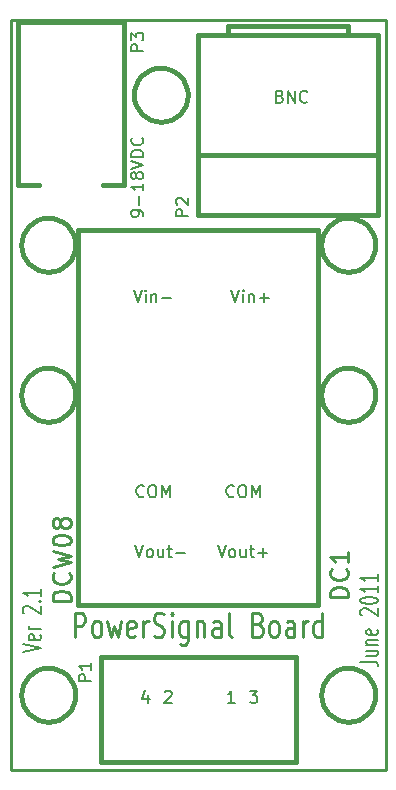
<source format=gto>
G04 (created by PCBNEW-RS274X (2010-03-14)-final) date Sun 12 Jun 2011 03:53:41 PM PDT*
G01*
G70*
G90*
%MOIN*%
G04 Gerber Fmt 3.4, Leading zero omitted, Abs format*
%FSLAX34Y34*%
G04 APERTURE LIST*
%ADD10C,0.006000*%
%ADD11C,0.009000*%
%ADD12C,0.006700*%
%ADD13C,0.010000*%
%ADD14C,0.015000*%
G04 APERTURE END LIST*
G54D10*
G54D11*
X52250Y-29000D02*
X52250Y-54000D01*
X64750Y-29000D02*
X52250Y-29000D01*
X64750Y-54000D02*
X64750Y-29000D01*
X52250Y-54000D02*
X64750Y-54000D01*
G54D12*
X63893Y-50390D02*
X64321Y-50390D01*
X64407Y-50410D01*
X64464Y-50448D01*
X64493Y-50505D01*
X64493Y-50543D01*
X64093Y-50028D02*
X64493Y-50028D01*
X64093Y-50200D02*
X64407Y-50200D01*
X64464Y-50181D01*
X64493Y-50143D01*
X64493Y-50085D01*
X64464Y-50047D01*
X64436Y-50028D01*
X64093Y-49838D02*
X64493Y-49838D01*
X64150Y-49838D02*
X64121Y-49819D01*
X64093Y-49781D01*
X64093Y-49723D01*
X64121Y-49685D01*
X64179Y-49666D01*
X64493Y-49666D01*
X64464Y-49323D02*
X64493Y-49361D01*
X64493Y-49438D01*
X64464Y-49476D01*
X64407Y-49495D01*
X64179Y-49495D01*
X64121Y-49476D01*
X64093Y-49438D01*
X64093Y-49361D01*
X64121Y-49323D01*
X64179Y-49304D01*
X64236Y-49304D01*
X64293Y-49495D01*
X63950Y-48847D02*
X63921Y-48828D01*
X63893Y-48790D01*
X63893Y-48694D01*
X63921Y-48656D01*
X63950Y-48637D01*
X64007Y-48618D01*
X64064Y-48618D01*
X64150Y-48637D01*
X64493Y-48866D01*
X64493Y-48618D01*
X63893Y-48371D02*
X63893Y-48332D01*
X63921Y-48294D01*
X63950Y-48275D01*
X64007Y-48256D01*
X64121Y-48237D01*
X64264Y-48237D01*
X64379Y-48256D01*
X64436Y-48275D01*
X64464Y-48294D01*
X64493Y-48332D01*
X64493Y-48371D01*
X64464Y-48409D01*
X64436Y-48428D01*
X64379Y-48447D01*
X64264Y-48466D01*
X64121Y-48466D01*
X64007Y-48447D01*
X63950Y-48428D01*
X63921Y-48409D01*
X63893Y-48371D01*
X64493Y-47856D02*
X64493Y-48085D01*
X64493Y-47971D02*
X63893Y-47971D01*
X63979Y-48009D01*
X64036Y-48047D01*
X64064Y-48085D01*
X64493Y-47475D02*
X64493Y-47704D01*
X64493Y-47590D02*
X63893Y-47590D01*
X63979Y-47628D01*
X64036Y-47666D01*
X64064Y-47704D01*
X52643Y-50057D02*
X53243Y-49924D01*
X52643Y-49790D01*
X53214Y-49504D02*
X53243Y-49542D01*
X53243Y-49619D01*
X53214Y-49657D01*
X53157Y-49676D01*
X52929Y-49676D01*
X52871Y-49657D01*
X52843Y-49619D01*
X52843Y-49542D01*
X52871Y-49504D01*
X52929Y-49485D01*
X52986Y-49485D01*
X53043Y-49676D01*
X53243Y-49314D02*
X52843Y-49314D01*
X52957Y-49314D02*
X52900Y-49295D01*
X52871Y-49276D01*
X52843Y-49238D01*
X52843Y-49199D01*
X52700Y-48780D02*
X52671Y-48761D01*
X52643Y-48723D01*
X52643Y-48627D01*
X52671Y-48589D01*
X52700Y-48570D01*
X52757Y-48551D01*
X52814Y-48551D01*
X52900Y-48570D01*
X53243Y-48799D01*
X53243Y-48551D01*
X53186Y-48380D02*
X53214Y-48361D01*
X53243Y-48380D01*
X53214Y-48399D01*
X53186Y-48380D01*
X53243Y-48380D01*
X53243Y-47980D02*
X53243Y-48209D01*
X53243Y-48095D02*
X52643Y-48095D01*
X52729Y-48133D01*
X52786Y-48171D01*
X52814Y-48209D01*
G54D13*
X54386Y-49574D02*
X54386Y-48774D01*
X54614Y-48774D01*
X54672Y-48812D01*
X54700Y-48850D01*
X54729Y-48926D01*
X54729Y-49040D01*
X54700Y-49117D01*
X54672Y-49155D01*
X54614Y-49193D01*
X54386Y-49193D01*
X55072Y-49574D02*
X55014Y-49536D01*
X54986Y-49498D01*
X54957Y-49421D01*
X54957Y-49193D01*
X54986Y-49117D01*
X55014Y-49079D01*
X55072Y-49040D01*
X55157Y-49040D01*
X55214Y-49079D01*
X55243Y-49117D01*
X55272Y-49193D01*
X55272Y-49421D01*
X55243Y-49498D01*
X55214Y-49536D01*
X55157Y-49574D01*
X55072Y-49574D01*
X55472Y-49040D02*
X55586Y-49574D01*
X55700Y-49193D01*
X55815Y-49574D01*
X55929Y-49040D01*
X56386Y-49536D02*
X56329Y-49574D01*
X56215Y-49574D01*
X56158Y-49536D01*
X56129Y-49460D01*
X56129Y-49155D01*
X56158Y-49079D01*
X56215Y-49040D01*
X56329Y-49040D01*
X56386Y-49079D01*
X56415Y-49155D01*
X56415Y-49231D01*
X56129Y-49307D01*
X56672Y-49574D02*
X56672Y-49040D01*
X56672Y-49193D02*
X56700Y-49117D01*
X56729Y-49079D01*
X56786Y-49040D01*
X56843Y-49040D01*
X57014Y-49536D02*
X57100Y-49574D01*
X57243Y-49574D01*
X57300Y-49536D01*
X57329Y-49498D01*
X57357Y-49421D01*
X57357Y-49345D01*
X57329Y-49269D01*
X57300Y-49231D01*
X57243Y-49193D01*
X57129Y-49155D01*
X57071Y-49117D01*
X57043Y-49079D01*
X57014Y-49002D01*
X57014Y-48926D01*
X57043Y-48850D01*
X57071Y-48812D01*
X57129Y-48774D01*
X57271Y-48774D01*
X57357Y-48812D01*
X57614Y-49574D02*
X57614Y-49040D01*
X57614Y-48774D02*
X57585Y-48812D01*
X57614Y-48850D01*
X57642Y-48812D01*
X57614Y-48774D01*
X57614Y-48850D01*
X58157Y-49040D02*
X58157Y-49688D01*
X58128Y-49764D01*
X58100Y-49802D01*
X58043Y-49840D01*
X57957Y-49840D01*
X57900Y-49802D01*
X58157Y-49536D02*
X58100Y-49574D01*
X57986Y-49574D01*
X57928Y-49536D01*
X57900Y-49498D01*
X57871Y-49421D01*
X57871Y-49193D01*
X57900Y-49117D01*
X57928Y-49079D01*
X57986Y-49040D01*
X58100Y-49040D01*
X58157Y-49079D01*
X58443Y-49040D02*
X58443Y-49574D01*
X58443Y-49117D02*
X58471Y-49079D01*
X58529Y-49040D01*
X58614Y-49040D01*
X58671Y-49079D01*
X58700Y-49155D01*
X58700Y-49574D01*
X59243Y-49574D02*
X59243Y-49155D01*
X59214Y-49079D01*
X59157Y-49040D01*
X59043Y-49040D01*
X58986Y-49079D01*
X59243Y-49536D02*
X59186Y-49574D01*
X59043Y-49574D01*
X58986Y-49536D01*
X58957Y-49460D01*
X58957Y-49383D01*
X58986Y-49307D01*
X59043Y-49269D01*
X59186Y-49269D01*
X59243Y-49231D01*
X59615Y-49574D02*
X59557Y-49536D01*
X59529Y-49460D01*
X59529Y-48774D01*
X60500Y-49155D02*
X60586Y-49193D01*
X60614Y-49231D01*
X60643Y-49307D01*
X60643Y-49421D01*
X60614Y-49498D01*
X60586Y-49536D01*
X60528Y-49574D01*
X60300Y-49574D01*
X60300Y-48774D01*
X60500Y-48774D01*
X60557Y-48812D01*
X60586Y-48850D01*
X60614Y-48926D01*
X60614Y-49002D01*
X60586Y-49079D01*
X60557Y-49117D01*
X60500Y-49155D01*
X60300Y-49155D01*
X60986Y-49574D02*
X60928Y-49536D01*
X60900Y-49498D01*
X60871Y-49421D01*
X60871Y-49193D01*
X60900Y-49117D01*
X60928Y-49079D01*
X60986Y-49040D01*
X61071Y-49040D01*
X61128Y-49079D01*
X61157Y-49117D01*
X61186Y-49193D01*
X61186Y-49421D01*
X61157Y-49498D01*
X61128Y-49536D01*
X61071Y-49574D01*
X60986Y-49574D01*
X61700Y-49574D02*
X61700Y-49155D01*
X61671Y-49079D01*
X61614Y-49040D01*
X61500Y-49040D01*
X61443Y-49079D01*
X61700Y-49536D02*
X61643Y-49574D01*
X61500Y-49574D01*
X61443Y-49536D01*
X61414Y-49460D01*
X61414Y-49383D01*
X61443Y-49307D01*
X61500Y-49269D01*
X61643Y-49269D01*
X61700Y-49231D01*
X61986Y-49574D02*
X61986Y-49040D01*
X61986Y-49193D02*
X62014Y-49117D01*
X62043Y-49079D01*
X62100Y-49040D01*
X62157Y-49040D01*
X62614Y-49574D02*
X62614Y-48774D01*
X62614Y-49536D02*
X62557Y-49574D01*
X62443Y-49574D01*
X62385Y-49536D01*
X62357Y-49498D01*
X62328Y-49421D01*
X62328Y-49193D01*
X62357Y-49117D01*
X62385Y-49079D01*
X62443Y-49040D01*
X62557Y-49040D01*
X62614Y-49079D01*
G54D14*
X64500Y-29500D02*
X64500Y-35500D01*
X58500Y-29500D02*
X58500Y-35500D01*
X59500Y-29500D02*
X59500Y-29200D01*
X59500Y-29200D02*
X63500Y-29200D01*
X63500Y-29200D02*
X63500Y-29500D01*
X58500Y-33500D02*
X64500Y-33500D01*
X58500Y-29500D02*
X64500Y-29500D01*
X58500Y-35500D02*
X64500Y-35500D01*
X61750Y-53750D02*
X61750Y-50250D01*
X61750Y-50250D02*
X55250Y-50250D01*
X55250Y-50250D02*
X55250Y-53750D01*
X61750Y-53750D02*
X55250Y-53750D01*
X53187Y-34500D02*
X52478Y-34500D01*
X52478Y-34500D02*
X52478Y-29067D01*
X52478Y-29067D02*
X55982Y-29067D01*
X55982Y-29067D02*
X56022Y-29067D01*
X56022Y-29067D02*
X56022Y-34500D01*
X56022Y-34500D02*
X55313Y-34500D01*
X54500Y-36000D02*
X54500Y-48500D01*
X54500Y-48500D02*
X62500Y-48500D01*
X62500Y-48500D02*
X62500Y-36000D01*
X62500Y-36000D02*
X54500Y-36000D01*
X64400Y-41500D02*
X64382Y-41674D01*
X64332Y-41842D01*
X64249Y-41998D01*
X64138Y-42134D01*
X64003Y-42246D01*
X63848Y-42329D01*
X63680Y-42381D01*
X63506Y-42399D01*
X63332Y-42384D01*
X63163Y-42334D01*
X63008Y-42253D01*
X62871Y-42143D01*
X62758Y-42008D01*
X62673Y-41854D01*
X62620Y-41687D01*
X62601Y-41512D01*
X62615Y-41338D01*
X62664Y-41169D01*
X62744Y-41013D01*
X62853Y-40875D01*
X62987Y-40761D01*
X63140Y-40676D01*
X63307Y-40621D01*
X63482Y-40601D01*
X63656Y-40614D01*
X63825Y-40661D01*
X63982Y-40741D01*
X64120Y-40849D01*
X64235Y-40982D01*
X64322Y-41134D01*
X64377Y-41301D01*
X64399Y-41475D01*
X64400Y-41500D01*
X54400Y-51500D02*
X54382Y-51674D01*
X54332Y-51842D01*
X54249Y-51998D01*
X54138Y-52134D01*
X54003Y-52246D01*
X53848Y-52329D01*
X53680Y-52381D01*
X53506Y-52399D01*
X53332Y-52384D01*
X53163Y-52334D01*
X53008Y-52253D01*
X52871Y-52143D01*
X52758Y-52008D01*
X52673Y-51854D01*
X52620Y-51687D01*
X52601Y-51512D01*
X52615Y-51338D01*
X52664Y-51169D01*
X52744Y-51013D01*
X52853Y-50875D01*
X52987Y-50761D01*
X53140Y-50676D01*
X53307Y-50621D01*
X53482Y-50601D01*
X53656Y-50614D01*
X53825Y-50661D01*
X53982Y-50741D01*
X54120Y-50849D01*
X54235Y-50982D01*
X54322Y-51134D01*
X54377Y-51301D01*
X54399Y-51475D01*
X54400Y-51500D01*
X64400Y-51500D02*
X64382Y-51674D01*
X64332Y-51842D01*
X64249Y-51998D01*
X64138Y-52134D01*
X64003Y-52246D01*
X63848Y-52329D01*
X63680Y-52381D01*
X63506Y-52399D01*
X63332Y-52384D01*
X63163Y-52334D01*
X63008Y-52253D01*
X62871Y-52143D01*
X62758Y-52008D01*
X62673Y-51854D01*
X62620Y-51687D01*
X62601Y-51512D01*
X62615Y-51338D01*
X62664Y-51169D01*
X62744Y-51013D01*
X62853Y-50875D01*
X62987Y-50761D01*
X63140Y-50676D01*
X63307Y-50621D01*
X63482Y-50601D01*
X63656Y-50614D01*
X63825Y-50661D01*
X63982Y-50741D01*
X64120Y-50849D01*
X64235Y-50982D01*
X64322Y-51134D01*
X64377Y-51301D01*
X64399Y-51475D01*
X64400Y-51500D01*
X54400Y-41500D02*
X54382Y-41674D01*
X54332Y-41842D01*
X54249Y-41998D01*
X54138Y-42134D01*
X54003Y-42246D01*
X53848Y-42329D01*
X53680Y-42381D01*
X53506Y-42399D01*
X53332Y-42384D01*
X53163Y-42334D01*
X53008Y-42253D01*
X52871Y-42143D01*
X52758Y-42008D01*
X52673Y-41854D01*
X52620Y-41687D01*
X52601Y-41512D01*
X52615Y-41338D01*
X52664Y-41169D01*
X52744Y-41013D01*
X52853Y-40875D01*
X52987Y-40761D01*
X53140Y-40676D01*
X53307Y-40621D01*
X53482Y-40601D01*
X53656Y-40614D01*
X53825Y-40661D01*
X53982Y-40741D01*
X54120Y-40849D01*
X54235Y-40982D01*
X54322Y-41134D01*
X54377Y-41301D01*
X54399Y-41475D01*
X54400Y-41500D01*
X64400Y-36500D02*
X64382Y-36674D01*
X64332Y-36842D01*
X64249Y-36998D01*
X64138Y-37134D01*
X64003Y-37246D01*
X63848Y-37329D01*
X63680Y-37381D01*
X63506Y-37399D01*
X63332Y-37384D01*
X63163Y-37334D01*
X63008Y-37253D01*
X62871Y-37143D01*
X62758Y-37008D01*
X62673Y-36854D01*
X62620Y-36687D01*
X62601Y-36512D01*
X62615Y-36338D01*
X62664Y-36169D01*
X62744Y-36013D01*
X62853Y-35875D01*
X62987Y-35761D01*
X63140Y-35676D01*
X63307Y-35621D01*
X63482Y-35601D01*
X63656Y-35614D01*
X63825Y-35661D01*
X63982Y-35741D01*
X64120Y-35849D01*
X64235Y-35982D01*
X64322Y-36134D01*
X64377Y-36301D01*
X64399Y-36475D01*
X64400Y-36500D01*
X58150Y-31500D02*
X58132Y-31674D01*
X58082Y-31842D01*
X57999Y-31998D01*
X57888Y-32134D01*
X57753Y-32246D01*
X57598Y-32329D01*
X57430Y-32381D01*
X57256Y-32399D01*
X57082Y-32384D01*
X56913Y-32334D01*
X56758Y-32253D01*
X56621Y-32143D01*
X56508Y-32008D01*
X56423Y-31854D01*
X56370Y-31687D01*
X56351Y-31512D01*
X56365Y-31338D01*
X56414Y-31169D01*
X56494Y-31013D01*
X56603Y-30875D01*
X56737Y-30761D01*
X56890Y-30676D01*
X57057Y-30621D01*
X57232Y-30601D01*
X57406Y-30614D01*
X57575Y-30661D01*
X57732Y-30741D01*
X57870Y-30849D01*
X57985Y-30982D01*
X58072Y-31134D01*
X58127Y-31301D01*
X58149Y-31475D01*
X58150Y-31500D01*
X54400Y-36500D02*
X54382Y-36674D01*
X54332Y-36842D01*
X54249Y-36998D01*
X54138Y-37134D01*
X54003Y-37246D01*
X53848Y-37329D01*
X53680Y-37381D01*
X53506Y-37399D01*
X53332Y-37384D01*
X53163Y-37334D01*
X53008Y-37253D01*
X52871Y-37143D01*
X52758Y-37008D01*
X52673Y-36854D01*
X52620Y-36687D01*
X52601Y-36512D01*
X52615Y-36338D01*
X52664Y-36169D01*
X52744Y-36013D01*
X52853Y-35875D01*
X52987Y-35761D01*
X53140Y-35676D01*
X53307Y-35621D01*
X53482Y-35601D01*
X53656Y-35614D01*
X53825Y-35661D01*
X53982Y-35741D01*
X54120Y-35849D01*
X54235Y-35982D01*
X54322Y-36134D01*
X54377Y-36301D01*
X54399Y-36475D01*
X54400Y-36500D01*
G54D12*
X58162Y-35545D02*
X57762Y-35545D01*
X57762Y-35392D01*
X57781Y-35354D01*
X57800Y-35335D01*
X57838Y-35316D01*
X57895Y-35316D01*
X57933Y-35335D01*
X57952Y-35354D01*
X57971Y-35392D01*
X57971Y-35545D01*
X57800Y-35164D02*
X57781Y-35145D01*
X57762Y-35107D01*
X57762Y-35011D01*
X57781Y-34973D01*
X57800Y-34954D01*
X57838Y-34935D01*
X57876Y-34935D01*
X57933Y-34954D01*
X58162Y-35183D01*
X58162Y-34935D01*
X61220Y-31552D02*
X61277Y-31571D01*
X61296Y-31590D01*
X61315Y-31629D01*
X61315Y-31686D01*
X61296Y-31724D01*
X61277Y-31743D01*
X61239Y-31762D01*
X61086Y-31762D01*
X61086Y-31362D01*
X61220Y-31362D01*
X61258Y-31381D01*
X61277Y-31400D01*
X61296Y-31438D01*
X61296Y-31476D01*
X61277Y-31514D01*
X61258Y-31533D01*
X61220Y-31552D01*
X61086Y-31552D01*
X61486Y-31762D02*
X61486Y-31362D01*
X61715Y-31762D01*
X61715Y-31362D01*
X62134Y-31724D02*
X62115Y-31743D01*
X62058Y-31762D01*
X62020Y-31762D01*
X61962Y-31743D01*
X61924Y-31705D01*
X61905Y-31667D01*
X61886Y-31590D01*
X61886Y-31533D01*
X61905Y-31457D01*
X61924Y-31419D01*
X61962Y-31381D01*
X62020Y-31362D01*
X62058Y-31362D01*
X62115Y-31381D01*
X62134Y-31400D01*
X54912Y-51045D02*
X54512Y-51045D01*
X54512Y-50892D01*
X54531Y-50854D01*
X54550Y-50835D01*
X54588Y-50816D01*
X54645Y-50816D01*
X54683Y-50835D01*
X54702Y-50854D01*
X54721Y-50892D01*
X54721Y-51045D01*
X54912Y-50435D02*
X54912Y-50664D01*
X54912Y-50550D02*
X54512Y-50550D01*
X54569Y-50588D01*
X54607Y-50626D01*
X54626Y-50664D01*
X60217Y-51362D02*
X60465Y-51362D01*
X60331Y-51514D01*
X60389Y-51514D01*
X60427Y-51533D01*
X60446Y-51552D01*
X60465Y-51590D01*
X60465Y-51686D01*
X60446Y-51724D01*
X60427Y-51743D01*
X60389Y-51762D01*
X60274Y-51762D01*
X60236Y-51743D01*
X60217Y-51724D01*
X59715Y-51762D02*
X59486Y-51762D01*
X59600Y-51762D02*
X59600Y-51362D01*
X59562Y-51419D01*
X59524Y-51457D01*
X59486Y-51476D01*
X57386Y-51400D02*
X57405Y-51381D01*
X57443Y-51362D01*
X57539Y-51362D01*
X57577Y-51381D01*
X57596Y-51400D01*
X57615Y-51438D01*
X57615Y-51476D01*
X57596Y-51533D01*
X57367Y-51762D01*
X57615Y-51762D01*
X56827Y-51495D02*
X56827Y-51762D01*
X56731Y-51343D02*
X56636Y-51629D01*
X56884Y-51629D01*
X56662Y-30045D02*
X56262Y-30045D01*
X56262Y-29892D01*
X56281Y-29854D01*
X56300Y-29835D01*
X56338Y-29816D01*
X56395Y-29816D01*
X56433Y-29835D01*
X56452Y-29854D01*
X56471Y-29892D01*
X56471Y-30045D01*
X56262Y-29683D02*
X56262Y-29435D01*
X56414Y-29569D01*
X56414Y-29511D01*
X56433Y-29473D01*
X56452Y-29454D01*
X56490Y-29435D01*
X56586Y-29435D01*
X56624Y-29454D01*
X56643Y-29473D01*
X56662Y-29511D01*
X56662Y-29626D01*
X56643Y-29664D01*
X56624Y-29683D01*
X56662Y-35526D02*
X56662Y-35450D01*
X56643Y-35411D01*
X56624Y-35392D01*
X56567Y-35354D01*
X56490Y-35335D01*
X56338Y-35335D01*
X56300Y-35354D01*
X56281Y-35373D01*
X56262Y-35411D01*
X56262Y-35488D01*
X56281Y-35526D01*
X56300Y-35545D01*
X56338Y-35564D01*
X56433Y-35564D01*
X56471Y-35545D01*
X56490Y-35526D01*
X56510Y-35488D01*
X56510Y-35411D01*
X56490Y-35373D01*
X56471Y-35354D01*
X56433Y-35335D01*
X56510Y-35164D02*
X56510Y-34859D01*
X56662Y-34459D02*
X56662Y-34688D01*
X56662Y-34574D02*
X56262Y-34574D01*
X56319Y-34612D01*
X56357Y-34650D01*
X56376Y-34688D01*
X56433Y-34231D02*
X56414Y-34269D01*
X56395Y-34288D01*
X56357Y-34307D01*
X56338Y-34307D01*
X56300Y-34288D01*
X56281Y-34269D01*
X56262Y-34231D01*
X56262Y-34154D01*
X56281Y-34116D01*
X56300Y-34097D01*
X56338Y-34078D01*
X56357Y-34078D01*
X56395Y-34097D01*
X56414Y-34116D01*
X56433Y-34154D01*
X56433Y-34231D01*
X56452Y-34269D01*
X56471Y-34288D01*
X56510Y-34307D01*
X56586Y-34307D01*
X56624Y-34288D01*
X56643Y-34269D01*
X56662Y-34231D01*
X56662Y-34154D01*
X56643Y-34116D01*
X56624Y-34097D01*
X56586Y-34078D01*
X56510Y-34078D01*
X56471Y-34097D01*
X56452Y-34116D01*
X56433Y-34154D01*
X56262Y-33964D02*
X56662Y-33831D01*
X56262Y-33697D01*
X56662Y-33564D02*
X56262Y-33564D01*
X56262Y-33469D01*
X56281Y-33411D01*
X56319Y-33373D01*
X56357Y-33354D01*
X56433Y-33335D01*
X56490Y-33335D01*
X56567Y-33354D01*
X56605Y-33373D01*
X56643Y-33411D01*
X56662Y-33469D01*
X56662Y-33564D01*
X56624Y-32935D02*
X56643Y-32954D01*
X56662Y-33011D01*
X56662Y-33049D01*
X56643Y-33107D01*
X56605Y-33145D01*
X56567Y-33164D01*
X56490Y-33183D01*
X56433Y-33183D01*
X56357Y-33164D01*
X56319Y-33145D01*
X56281Y-33107D01*
X56262Y-33049D01*
X56262Y-33011D01*
X56281Y-32954D01*
X56300Y-32935D01*
G54D13*
X63493Y-48242D02*
X62893Y-48242D01*
X62893Y-48099D01*
X62921Y-48014D01*
X62979Y-47956D01*
X63036Y-47928D01*
X63150Y-47899D01*
X63236Y-47899D01*
X63350Y-47928D01*
X63407Y-47956D01*
X63464Y-48014D01*
X63493Y-48099D01*
X63493Y-48242D01*
X63436Y-47299D02*
X63464Y-47328D01*
X63493Y-47414D01*
X63493Y-47471D01*
X63464Y-47556D01*
X63407Y-47614D01*
X63350Y-47642D01*
X63236Y-47671D01*
X63150Y-47671D01*
X63036Y-47642D01*
X62979Y-47614D01*
X62921Y-47556D01*
X62893Y-47471D01*
X62893Y-47414D01*
X62921Y-47328D01*
X62950Y-47299D01*
X63493Y-46728D02*
X63493Y-47071D01*
X63493Y-46899D02*
X62893Y-46899D01*
X62979Y-46956D01*
X63036Y-47014D01*
X63064Y-47071D01*
X54243Y-48371D02*
X53643Y-48371D01*
X53643Y-48228D01*
X53671Y-48143D01*
X53729Y-48085D01*
X53786Y-48057D01*
X53900Y-48028D01*
X53986Y-48028D01*
X54100Y-48057D01*
X54157Y-48085D01*
X54214Y-48143D01*
X54243Y-48228D01*
X54243Y-48371D01*
X54186Y-47428D02*
X54214Y-47457D01*
X54243Y-47543D01*
X54243Y-47600D01*
X54214Y-47685D01*
X54157Y-47743D01*
X54100Y-47771D01*
X53986Y-47800D01*
X53900Y-47800D01*
X53786Y-47771D01*
X53729Y-47743D01*
X53671Y-47685D01*
X53643Y-47600D01*
X53643Y-47543D01*
X53671Y-47457D01*
X53700Y-47428D01*
X53643Y-47228D02*
X54243Y-47085D01*
X53814Y-46971D01*
X54243Y-46857D01*
X53643Y-46714D01*
X53643Y-46371D02*
X53643Y-46314D01*
X53671Y-46257D01*
X53700Y-46228D01*
X53757Y-46199D01*
X53871Y-46171D01*
X54014Y-46171D01*
X54129Y-46199D01*
X54186Y-46228D01*
X54214Y-46257D01*
X54243Y-46314D01*
X54243Y-46371D01*
X54214Y-46428D01*
X54186Y-46457D01*
X54129Y-46485D01*
X54014Y-46514D01*
X53871Y-46514D01*
X53757Y-46485D01*
X53700Y-46457D01*
X53671Y-46428D01*
X53643Y-46371D01*
X53900Y-45828D02*
X53871Y-45886D01*
X53843Y-45914D01*
X53786Y-45943D01*
X53757Y-45943D01*
X53700Y-45914D01*
X53671Y-45886D01*
X53643Y-45828D01*
X53643Y-45714D01*
X53671Y-45657D01*
X53700Y-45628D01*
X53757Y-45600D01*
X53786Y-45600D01*
X53843Y-45628D01*
X53871Y-45657D01*
X53900Y-45714D01*
X53900Y-45828D01*
X53929Y-45886D01*
X53957Y-45914D01*
X54014Y-45943D01*
X54129Y-45943D01*
X54186Y-45914D01*
X54214Y-45886D01*
X54243Y-45828D01*
X54243Y-45714D01*
X54214Y-45657D01*
X54186Y-45628D01*
X54129Y-45600D01*
X54014Y-45600D01*
X53957Y-45628D01*
X53929Y-45657D01*
X53900Y-45714D01*
G54D12*
X59143Y-46512D02*
X59276Y-46912D01*
X59410Y-46512D01*
X59600Y-46912D02*
X59562Y-46893D01*
X59543Y-46874D01*
X59524Y-46836D01*
X59524Y-46721D01*
X59543Y-46683D01*
X59562Y-46664D01*
X59600Y-46645D01*
X59658Y-46645D01*
X59696Y-46664D01*
X59715Y-46683D01*
X59734Y-46721D01*
X59734Y-46836D01*
X59715Y-46874D01*
X59696Y-46893D01*
X59658Y-46912D01*
X59600Y-46912D01*
X60077Y-46645D02*
X60077Y-46912D01*
X59905Y-46645D02*
X59905Y-46855D01*
X59924Y-46893D01*
X59962Y-46912D01*
X60020Y-46912D01*
X60058Y-46893D01*
X60077Y-46874D01*
X60210Y-46645D02*
X60362Y-46645D01*
X60267Y-46512D02*
X60267Y-46855D01*
X60286Y-46893D01*
X60324Y-46912D01*
X60362Y-46912D01*
X60496Y-46760D02*
X60801Y-46760D01*
X60649Y-46912D02*
X60649Y-46607D01*
X56393Y-46512D02*
X56526Y-46912D01*
X56660Y-46512D01*
X56850Y-46912D02*
X56812Y-46893D01*
X56793Y-46874D01*
X56774Y-46836D01*
X56774Y-46721D01*
X56793Y-46683D01*
X56812Y-46664D01*
X56850Y-46645D01*
X56908Y-46645D01*
X56946Y-46664D01*
X56965Y-46683D01*
X56984Y-46721D01*
X56984Y-46836D01*
X56965Y-46874D01*
X56946Y-46893D01*
X56908Y-46912D01*
X56850Y-46912D01*
X57327Y-46645D02*
X57327Y-46912D01*
X57155Y-46645D02*
X57155Y-46855D01*
X57174Y-46893D01*
X57212Y-46912D01*
X57270Y-46912D01*
X57308Y-46893D01*
X57327Y-46874D01*
X57460Y-46645D02*
X57612Y-46645D01*
X57517Y-46512D02*
X57517Y-46855D01*
X57536Y-46893D01*
X57574Y-46912D01*
X57612Y-46912D01*
X57746Y-46760D02*
X58051Y-46760D01*
X59686Y-44874D02*
X59667Y-44893D01*
X59610Y-44912D01*
X59572Y-44912D01*
X59514Y-44893D01*
X59476Y-44855D01*
X59457Y-44817D01*
X59438Y-44740D01*
X59438Y-44683D01*
X59457Y-44607D01*
X59476Y-44569D01*
X59514Y-44531D01*
X59572Y-44512D01*
X59610Y-44512D01*
X59667Y-44531D01*
X59686Y-44550D01*
X59933Y-44512D02*
X60010Y-44512D01*
X60048Y-44531D01*
X60086Y-44569D01*
X60105Y-44645D01*
X60105Y-44779D01*
X60086Y-44855D01*
X60048Y-44893D01*
X60010Y-44912D01*
X59933Y-44912D01*
X59895Y-44893D01*
X59857Y-44855D01*
X59838Y-44779D01*
X59838Y-44645D01*
X59857Y-44569D01*
X59895Y-44531D01*
X59933Y-44512D01*
X60276Y-44912D02*
X60276Y-44512D01*
X60410Y-44798D01*
X60543Y-44512D01*
X60543Y-44912D01*
X56686Y-44874D02*
X56667Y-44893D01*
X56610Y-44912D01*
X56572Y-44912D01*
X56514Y-44893D01*
X56476Y-44855D01*
X56457Y-44817D01*
X56438Y-44740D01*
X56438Y-44683D01*
X56457Y-44607D01*
X56476Y-44569D01*
X56514Y-44531D01*
X56572Y-44512D01*
X56610Y-44512D01*
X56667Y-44531D01*
X56686Y-44550D01*
X56933Y-44512D02*
X57010Y-44512D01*
X57048Y-44531D01*
X57086Y-44569D01*
X57105Y-44645D01*
X57105Y-44779D01*
X57086Y-44855D01*
X57048Y-44893D01*
X57010Y-44912D01*
X56933Y-44912D01*
X56895Y-44893D01*
X56857Y-44855D01*
X56838Y-44779D01*
X56838Y-44645D01*
X56857Y-44569D01*
X56895Y-44531D01*
X56933Y-44512D01*
X57276Y-44912D02*
X57276Y-44512D01*
X57410Y-44798D01*
X57543Y-44512D01*
X57543Y-44912D01*
X56343Y-38012D02*
X56476Y-38412D01*
X56610Y-38012D01*
X56743Y-38412D02*
X56743Y-38145D01*
X56743Y-38012D02*
X56724Y-38031D01*
X56743Y-38050D01*
X56762Y-38031D01*
X56743Y-38012D01*
X56743Y-38050D01*
X56933Y-38145D02*
X56933Y-38412D01*
X56933Y-38183D02*
X56952Y-38164D01*
X56990Y-38145D01*
X57048Y-38145D01*
X57086Y-38164D01*
X57105Y-38202D01*
X57105Y-38412D01*
X57295Y-38260D02*
X57600Y-38260D01*
X59593Y-38012D02*
X59726Y-38412D01*
X59860Y-38012D01*
X59993Y-38412D02*
X59993Y-38145D01*
X59993Y-38012D02*
X59974Y-38031D01*
X59993Y-38050D01*
X60012Y-38031D01*
X59993Y-38012D01*
X59993Y-38050D01*
X60183Y-38145D02*
X60183Y-38412D01*
X60183Y-38183D02*
X60202Y-38164D01*
X60240Y-38145D01*
X60298Y-38145D01*
X60336Y-38164D01*
X60355Y-38202D01*
X60355Y-38412D01*
X60545Y-38260D02*
X60850Y-38260D01*
X60698Y-38412D02*
X60698Y-38107D01*
M02*

</source>
